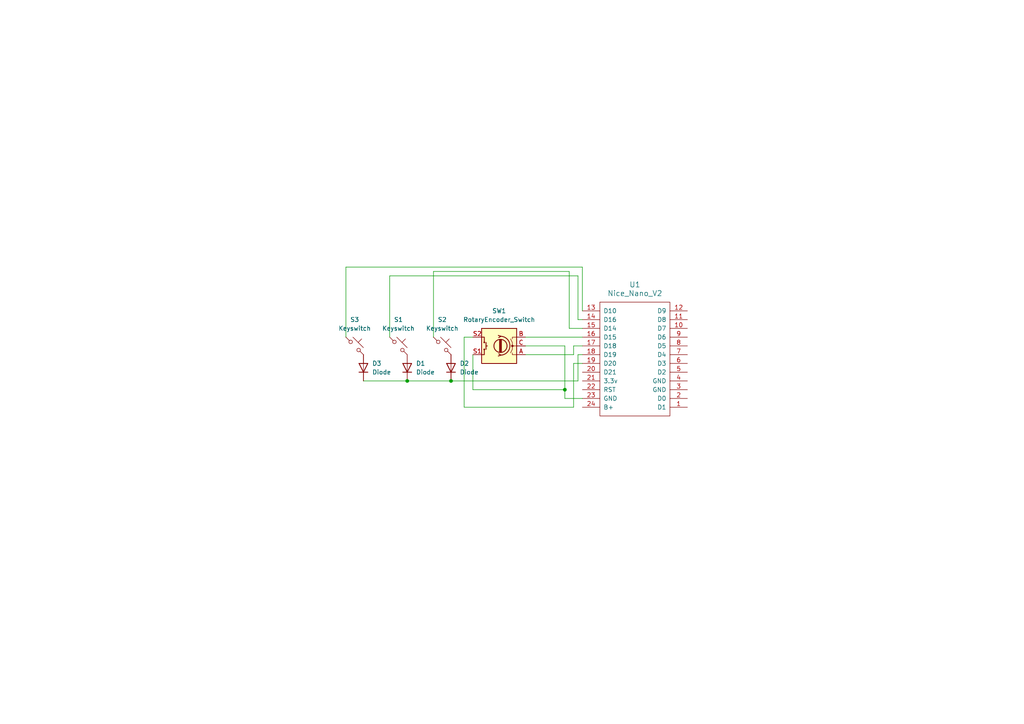
<source format=kicad_sch>
(kicad_sch (version 20230121) (generator eeschema)

  (uuid 471a41a8-2f63-4c5a-9aaa-644f1a50ee42)

  (paper "A4")

  (lib_symbols
    (symbol "Device:RotaryEncoder_Switch" (pin_names (offset 0.254) hide) (in_bom yes) (on_board yes)
      (property "Reference" "SW" (at 0 6.604 0)
        (effects (font (size 1.27 1.27)))
      )
      (property "Value" "RotaryEncoder_Switch" (at 0 -6.604 0)
        (effects (font (size 1.27 1.27)))
      )
      (property "Footprint" "" (at -3.81 4.064 0)
        (effects (font (size 1.27 1.27)) hide)
      )
      (property "Datasheet" "~" (at 0 6.604 0)
        (effects (font (size 1.27 1.27)) hide)
      )
      (property "ki_keywords" "rotary switch encoder switch push button" (at 0 0 0)
        (effects (font (size 1.27 1.27)) hide)
      )
      (property "ki_description" "Rotary encoder, dual channel, incremental quadrate outputs, with switch" (at 0 0 0)
        (effects (font (size 1.27 1.27)) hide)
      )
      (property "ki_fp_filters" "RotaryEncoder*Switch*" (at 0 0 0)
        (effects (font (size 1.27 1.27)) hide)
      )
      (symbol "RotaryEncoder_Switch_0_1"
        (rectangle (start -5.08 5.08) (end 5.08 -5.08)
          (stroke (width 0.254) (type default))
          (fill (type background))
        )
        (circle (center -3.81 0) (radius 0.254)
          (stroke (width 0) (type default))
          (fill (type outline))
        )
        (circle (center -0.381 0) (radius 1.905)
          (stroke (width 0.254) (type default))
          (fill (type none))
        )
        (arc (start -0.381 2.667) (mid -3.0988 -0.0635) (end -0.381 -2.794)
          (stroke (width 0.254) (type default))
          (fill (type none))
        )
        (polyline
          (pts
            (xy -0.635 -1.778)
            (xy -0.635 1.778)
          )
          (stroke (width 0.254) (type default))
          (fill (type none))
        )
        (polyline
          (pts
            (xy -0.381 -1.778)
            (xy -0.381 1.778)
          )
          (stroke (width 0.254) (type default))
          (fill (type none))
        )
        (polyline
          (pts
            (xy -0.127 1.778)
            (xy -0.127 -1.778)
          )
          (stroke (width 0.254) (type default))
          (fill (type none))
        )
        (polyline
          (pts
            (xy 3.81 0)
            (xy 3.429 0)
          )
          (stroke (width 0.254) (type default))
          (fill (type none))
        )
        (polyline
          (pts
            (xy 3.81 1.016)
            (xy 3.81 -1.016)
          )
          (stroke (width 0.254) (type default))
          (fill (type none))
        )
        (polyline
          (pts
            (xy -5.08 -2.54)
            (xy -3.81 -2.54)
            (xy -3.81 -2.032)
          )
          (stroke (width 0) (type default))
          (fill (type none))
        )
        (polyline
          (pts
            (xy -5.08 2.54)
            (xy -3.81 2.54)
            (xy -3.81 2.032)
          )
          (stroke (width 0) (type default))
          (fill (type none))
        )
        (polyline
          (pts
            (xy 0.254 -3.048)
            (xy -0.508 -2.794)
            (xy 0.127 -2.413)
          )
          (stroke (width 0.254) (type default))
          (fill (type none))
        )
        (polyline
          (pts
            (xy 0.254 2.921)
            (xy -0.508 2.667)
            (xy 0.127 2.286)
          )
          (stroke (width 0.254) (type default))
          (fill (type none))
        )
        (polyline
          (pts
            (xy 5.08 -2.54)
            (xy 4.318 -2.54)
            (xy 4.318 -1.016)
          )
          (stroke (width 0.254) (type default))
          (fill (type none))
        )
        (polyline
          (pts
            (xy 5.08 2.54)
            (xy 4.318 2.54)
            (xy 4.318 1.016)
          )
          (stroke (width 0.254) (type default))
          (fill (type none))
        )
        (polyline
          (pts
            (xy -5.08 0)
            (xy -3.81 0)
            (xy -3.81 -1.016)
            (xy -3.302 -2.032)
          )
          (stroke (width 0) (type default))
          (fill (type none))
        )
        (polyline
          (pts
            (xy -4.318 0)
            (xy -3.81 0)
            (xy -3.81 1.016)
            (xy -3.302 2.032)
          )
          (stroke (width 0) (type default))
          (fill (type none))
        )
        (circle (center 4.318 -1.016) (radius 0.127)
          (stroke (width 0.254) (type default))
          (fill (type none))
        )
        (circle (center 4.318 1.016) (radius 0.127)
          (stroke (width 0.254) (type default))
          (fill (type none))
        )
      )
      (symbol "RotaryEncoder_Switch_1_1"
        (pin passive line (at -7.62 2.54 0) (length 2.54)
          (name "A" (effects (font (size 1.27 1.27))))
          (number "A" (effects (font (size 1.27 1.27))))
        )
        (pin passive line (at -7.62 -2.54 0) (length 2.54)
          (name "B" (effects (font (size 1.27 1.27))))
          (number "B" (effects (font (size 1.27 1.27))))
        )
        (pin passive line (at -7.62 0 0) (length 2.54)
          (name "C" (effects (font (size 1.27 1.27))))
          (number "C" (effects (font (size 1.27 1.27))))
        )
        (pin passive line (at 7.62 2.54 180) (length 2.54)
          (name "S1" (effects (font (size 1.27 1.27))))
          (number "S1" (effects (font (size 1.27 1.27))))
        )
        (pin passive line (at 7.62 -2.54 180) (length 2.54)
          (name "S2" (effects (font (size 1.27 1.27))))
          (number "S2" (effects (font (size 1.27 1.27))))
        )
      )
    )
    (symbol "Keyboard:MCU_Nice_Nano_V2" (pin_names (offset 1.016)) (in_bom yes) (on_board yes)
      (property "Reference" "U" (at 0 0 0)
        (effects (font (size 1.524 1.524)))
      )
      (property "Value" "Nice_Nano_V2" (at 0 -19.05 0)
        (effects (font (size 1.524 1.524)))
      )
      (property "Footprint" "ScottoKeebs_MCU:Nice_Nano_V2" (at 0 -22.86 0)
        (effects (font (size 1.524 1.524)) hide)
      )
      (property "Datasheet" "" (at 26.67 -63.5 90)
        (effects (font (size 1.524 1.524)) hide)
      )
      (symbol "MCU_Nice_Nano_V2_0_1"
        (rectangle (start -10.16 16.51) (end 10.16 -16.51)
          (stroke (width 0) (type solid))
          (fill (type none))
        )
      )
      (symbol "MCU_Nice_Nano_V2_1_1"
        (pin input line (at -15.24 13.97 0) (length 5.08)
          (name "D1" (effects (font (size 1.27 1.27))))
          (number "1" (effects (font (size 1.27 1.27))))
        )
        (pin input line (at -15.24 -8.89 0) (length 5.08)
          (name "D7" (effects (font (size 1.27 1.27))))
          (number "10" (effects (font (size 1.27 1.27))))
        )
        (pin input line (at -15.24 -11.43 0) (length 5.08)
          (name "D8" (effects (font (size 1.27 1.27))))
          (number "11" (effects (font (size 1.27 1.27))))
        )
        (pin input line (at -15.24 -13.97 0) (length 5.08)
          (name "D9" (effects (font (size 1.27 1.27))))
          (number "12" (effects (font (size 1.27 1.27))))
        )
        (pin input line (at 15.24 -13.97 180) (length 5.08)
          (name "D10" (effects (font (size 1.27 1.27))))
          (number "13" (effects (font (size 1.27 1.27))))
        )
        (pin input line (at 15.24 -11.43 180) (length 5.08)
          (name "D16" (effects (font (size 1.27 1.27))))
          (number "14" (effects (font (size 1.27 1.27))))
        )
        (pin input line (at 15.24 -8.89 180) (length 5.08)
          (name "D14" (effects (font (size 1.27 1.27))))
          (number "15" (effects (font (size 1.27 1.27))))
        )
        (pin input line (at 15.24 -6.35 180) (length 5.08)
          (name "D15" (effects (font (size 1.27 1.27))))
          (number "16" (effects (font (size 1.27 1.27))))
        )
        (pin input line (at 15.24 -3.81 180) (length 5.08)
          (name "D18" (effects (font (size 1.27 1.27))))
          (number "17" (effects (font (size 1.27 1.27))))
        )
        (pin input line (at 15.24 -1.27 180) (length 5.08)
          (name "D19" (effects (font (size 1.27 1.27))))
          (number "18" (effects (font (size 1.27 1.27))))
        )
        (pin input line (at 15.24 1.27 180) (length 5.08)
          (name "D20" (effects (font (size 1.27 1.27))))
          (number "19" (effects (font (size 1.27 1.27))))
        )
        (pin input line (at -15.24 11.43 0) (length 5.08)
          (name "D0" (effects (font (size 1.27 1.27))))
          (number "2" (effects (font (size 1.27 1.27))))
        )
        (pin input line (at 15.24 3.81 180) (length 5.08)
          (name "D21" (effects (font (size 1.27 1.27))))
          (number "20" (effects (font (size 1.27 1.27))))
        )
        (pin input line (at 15.24 6.35 180) (length 5.08)
          (name "3.3v" (effects (font (size 1.27 1.27))))
          (number "21" (effects (font (size 1.27 1.27))))
        )
        (pin input line (at 15.24 8.89 180) (length 5.08)
          (name "RST" (effects (font (size 1.27 1.27))))
          (number "22" (effects (font (size 1.27 1.27))))
        )
        (pin input line (at 15.24 11.43 180) (length 5.08)
          (name "GND" (effects (font (size 1.27 1.27))))
          (number "23" (effects (font (size 1.27 1.27))))
        )
        (pin input line (at 15.24 13.97 180) (length 5.08)
          (name "B+" (effects (font (size 1.27 1.27))))
          (number "24" (effects (font (size 1.27 1.27))))
        )
        (pin input line (at -15.24 8.89 0) (length 5.08)
          (name "GND" (effects (font (size 1.27 1.27))))
          (number "3" (effects (font (size 1.27 1.27))))
        )
        (pin input line (at -15.24 6.35 0) (length 5.08)
          (name "GND" (effects (font (size 1.27 1.27))))
          (number "4" (effects (font (size 1.27 1.27))))
        )
        (pin input line (at -15.24 3.81 0) (length 5.08)
          (name "D2" (effects (font (size 1.27 1.27))))
          (number "5" (effects (font (size 1.27 1.27))))
        )
        (pin input line (at -15.24 1.27 0) (length 5.08)
          (name "D3" (effects (font (size 1.27 1.27))))
          (number "6" (effects (font (size 1.27 1.27))))
        )
        (pin input line (at -15.24 -1.27 0) (length 5.08)
          (name "D4" (effects (font (size 1.27 1.27))))
          (number "7" (effects (font (size 1.27 1.27))))
        )
        (pin input line (at -15.24 -3.81 0) (length 5.08)
          (name "D5" (effects (font (size 1.27 1.27))))
          (number "8" (effects (font (size 1.27 1.27))))
        )
        (pin input line (at -15.24 -6.35 0) (length 5.08)
          (name "D6" (effects (font (size 1.27 1.27))))
          (number "9" (effects (font (size 1.27 1.27))))
        )
      )
    )
    (symbol "ScottoKeebs:Placeholder_Diode" (pin_numbers hide) (pin_names hide) (in_bom yes) (on_board yes)
      (property "Reference" "D" (at 0 2.54 0)
        (effects (font (size 1.27 1.27)))
      )
      (property "Value" "Diode" (at 0 -2.54 0)
        (effects (font (size 1.27 1.27)))
      )
      (property "Footprint" "" (at 0 0 0)
        (effects (font (size 1.27 1.27)) hide)
      )
      (property "Datasheet" "" (at 0 0 0)
        (effects (font (size 1.27 1.27)) hide)
      )
      (property "Sim.Device" "D" (at 0 0 0)
        (effects (font (size 1.27 1.27)) hide)
      )
      (property "Sim.Pins" "1=K 2=A" (at 0 0 0)
        (effects (font (size 1.27 1.27)) hide)
      )
      (property "ki_keywords" "diode" (at 0 0 0)
        (effects (font (size 1.27 1.27)) hide)
      )
      (property "ki_description" "1N4148 (DO-35) or 1N4148W (SOD-123)" (at 0 0 0)
        (effects (font (size 1.27 1.27)) hide)
      )
      (property "ki_fp_filters" "D*DO?35*" (at 0 0 0)
        (effects (font (size 1.27 1.27)) hide)
      )
      (symbol "Placeholder_Diode_0_1"
        (polyline
          (pts
            (xy -1.27 1.27)
            (xy -1.27 -1.27)
          )
          (stroke (width 0.254) (type default))
          (fill (type none))
        )
        (polyline
          (pts
            (xy 1.27 0)
            (xy -1.27 0)
          )
          (stroke (width 0) (type default))
          (fill (type none))
        )
        (polyline
          (pts
            (xy 1.27 1.27)
            (xy 1.27 -1.27)
            (xy -1.27 0)
            (xy 1.27 1.27)
          )
          (stroke (width 0.254) (type default))
          (fill (type none))
        )
      )
      (symbol "Placeholder_Diode_1_1"
        (pin passive line (at -3.81 0 0) (length 2.54)
          (name "K" (effects (font (size 1.27 1.27))))
          (number "1" (effects (font (size 1.27 1.27))))
        )
        (pin passive line (at 3.81 0 180) (length 2.54)
          (name "A" (effects (font (size 1.27 1.27))))
          (number "2" (effects (font (size 1.27 1.27))))
        )
      )
    )
    (symbol "ScottoKeebs:Placeholder_Keyswitch" (pin_numbers hide) (pin_names (offset 1.016) hide) (in_bom yes) (on_board yes)
      (property "Reference" "S" (at 3.048 1.016 0)
        (effects (font (size 1.27 1.27)) (justify left))
      )
      (property "Value" "Keyswitch" (at 0 -3.81 0)
        (effects (font (size 1.27 1.27)))
      )
      (property "Footprint" "" (at 0 0 0)
        (effects (font (size 1.27 1.27)) hide)
      )
      (property "Datasheet" "~" (at 0 0 0)
        (effects (font (size 1.27 1.27)) hide)
      )
      (property "ki_keywords" "switch normally-open pushbutton push-button" (at 0 0 0)
        (effects (font (size 1.27 1.27)) hide)
      )
      (property "ki_description" "Push button switch, normally open, two pins, 45° tilted" (at 0 0 0)
        (effects (font (size 1.27 1.27)) hide)
      )
      (symbol "Placeholder_Keyswitch_0_1"
        (circle (center -1.1684 1.1684) (radius 0.508)
          (stroke (width 0) (type default))
          (fill (type none))
        )
        (polyline
          (pts
            (xy -0.508 2.54)
            (xy 2.54 -0.508)
          )
          (stroke (width 0) (type default))
          (fill (type none))
        )
        (polyline
          (pts
            (xy 1.016 1.016)
            (xy 2.032 2.032)
          )
          (stroke (width 0) (type default))
          (fill (type none))
        )
        (polyline
          (pts
            (xy -2.54 2.54)
            (xy -1.524 1.524)
            (xy -1.524 1.524)
          )
          (stroke (width 0) (type default))
          (fill (type none))
        )
        (polyline
          (pts
            (xy 1.524 -1.524)
            (xy 2.54 -2.54)
            (xy 2.54 -2.54)
            (xy 2.54 -2.54)
          )
          (stroke (width 0) (type default))
          (fill (type none))
        )
        (circle (center 1.143 -1.1938) (radius 0.508)
          (stroke (width 0) (type default))
          (fill (type none))
        )
        (pin passive line (at -2.54 2.54 0) (length 0)
          (name "1" (effects (font (size 1.27 1.27))))
          (number "1" (effects (font (size 1.27 1.27))))
        )
        (pin passive line (at 2.54 -2.54 180) (length 0)
          (name "2" (effects (font (size 1.27 1.27))))
          (number "2" (effects (font (size 1.27 1.27))))
        )
      )
    )
  )

  (junction (at 163.83 113.03) (diameter 0) (color 0 0 0 0)
    (uuid 4985f086-dd93-43c1-a1f1-f470209dc378)
  )
  (junction (at 118.11 110.49) (diameter 0) (color 0 0 0 0)
    (uuid 6a72a5e4-cfb0-40be-bf9f-6e2f7b0526f4)
  )
  (junction (at 130.81 110.49) (diameter 0) (color 0 0 0 0)
    (uuid b5fac566-b5d9-4ffd-a075-7b43cbd1202c)
  )

  (wire (pts (xy 152.4 102.87) (xy 166.37 102.87))
    (stroke (width 0) (type default))
    (uuid 038603dc-38e3-4f11-b31f-16d7addeb611)
  )
  (wire (pts (xy 166.37 105.41) (xy 168.91 105.41))
    (stroke (width 0) (type default))
    (uuid 04e6ec98-47a9-49a8-aa9c-12631efa26a8)
  )
  (wire (pts (xy 100.33 77.47) (xy 168.91 77.47))
    (stroke (width 0) (type default))
    (uuid 126956b4-254b-4b79-ba49-7a9525e0a3c0)
  )
  (wire (pts (xy 100.33 97.79) (xy 100.33 77.47))
    (stroke (width 0) (type default))
    (uuid 1babf9b8-50c5-4c48-a524-c912eb949214)
  )
  (wire (pts (xy 168.91 77.47) (xy 168.91 90.17))
    (stroke (width 0) (type default))
    (uuid 23a7cfd8-9f00-4225-afee-2548e917a695)
  )
  (wire (pts (xy 163.83 100.33) (xy 163.83 113.03))
    (stroke (width 0) (type default))
    (uuid 251d8f26-4fec-495f-ac27-37299df91032)
  )
  (wire (pts (xy 165.1 95.25) (xy 168.91 95.25))
    (stroke (width 0) (type default))
    (uuid 282f1f2a-e1d7-49da-ac6c-6d05935895df)
  )
  (wire (pts (xy 113.03 97.79) (xy 113.03 80.01))
    (stroke (width 0) (type default))
    (uuid 3779c943-097a-4945-bf72-72571cea1a34)
  )
  (wire (pts (xy 167.64 110.49) (xy 167.64 102.87))
    (stroke (width 0) (type default))
    (uuid 3e65cad2-b560-4719-8bd8-ab39c1bc7bc4)
  )
  (wire (pts (xy 134.62 118.11) (xy 166.37 118.11))
    (stroke (width 0) (type default))
    (uuid 50281e9e-c461-4cb9-980a-5bc02d1bd3db)
  )
  (wire (pts (xy 105.41 110.49) (xy 118.11 110.49))
    (stroke (width 0) (type default))
    (uuid 5608d411-a3e4-4c54-8ef4-5a66f2c4e669)
  )
  (wire (pts (xy 167.64 92.71) (xy 168.91 92.71))
    (stroke (width 0) (type default))
    (uuid 7d1beba0-ed18-467b-b255-1d7c370e0683)
  )
  (wire (pts (xy 166.37 100.33) (xy 168.91 100.33))
    (stroke (width 0) (type default))
    (uuid 90f7feb5-9a91-485c-baae-58a7183e6a57)
  )
  (wire (pts (xy 165.1 78.74) (xy 165.1 95.25))
    (stroke (width 0) (type default))
    (uuid 913edfad-e752-4260-8099-79c03a3244fa)
  )
  (wire (pts (xy 166.37 102.87) (xy 166.37 100.33))
    (stroke (width 0) (type default))
    (uuid 913f2ba5-8afa-4495-9989-04e55d4e6b46)
  )
  (wire (pts (xy 137.16 97.79) (xy 134.62 97.79))
    (stroke (width 0) (type default))
    (uuid 9892942b-80cf-4985-856f-e5821921c141)
  )
  (wire (pts (xy 134.62 97.79) (xy 134.62 118.11))
    (stroke (width 0) (type default))
    (uuid aa0c9cd6-62c4-4aeb-8195-9f20dde81671)
  )
  (wire (pts (xy 152.4 100.33) (xy 163.83 100.33))
    (stroke (width 0) (type default))
    (uuid aed648b1-9d12-4a7b-82c3-8a686cd40ae7)
  )
  (wire (pts (xy 167.64 80.01) (xy 167.64 92.71))
    (stroke (width 0) (type default))
    (uuid b2900d02-1ce8-4c94-94f3-e3bdf867b50a)
  )
  (wire (pts (xy 163.83 115.57) (xy 168.91 115.57))
    (stroke (width 0) (type default))
    (uuid b37043c5-f3bd-4980-9726-d5921c0d07d0)
  )
  (wire (pts (xy 137.16 113.03) (xy 163.83 113.03))
    (stroke (width 0) (type default))
    (uuid bbd614a8-af63-4619-ae22-eb99a36d5ac0)
  )
  (wire (pts (xy 152.4 97.79) (xy 168.91 97.79))
    (stroke (width 0) (type default))
    (uuid c2c4b7cb-a8cc-4919-b538-cb31fe6c4d00)
  )
  (wire (pts (xy 118.11 110.49) (xy 130.81 110.49))
    (stroke (width 0) (type default))
    (uuid c36ab0b3-1c1d-4c77-bd77-e93954bca1a4)
  )
  (wire (pts (xy 137.16 102.87) (xy 137.16 113.03))
    (stroke (width 0) (type default))
    (uuid c860b5fe-8c9e-4353-98a8-6f76f6120a1c)
  )
  (wire (pts (xy 113.03 80.01) (xy 167.64 80.01))
    (stroke (width 0) (type default))
    (uuid ca4ff7e1-b5ed-4d07-b1b2-95ea27567ad5)
  )
  (wire (pts (xy 125.73 78.74) (xy 165.1 78.74))
    (stroke (width 0) (type default))
    (uuid d9dd5d9c-620e-43d7-b034-0a25f3c9e887)
  )
  (wire (pts (xy 167.64 102.87) (xy 168.91 102.87))
    (stroke (width 0) (type default))
    (uuid eb52d38f-e65c-4046-b900-72395266cfe1)
  )
  (wire (pts (xy 130.81 110.49) (xy 167.64 110.49))
    (stroke (width 0) (type default))
    (uuid f2509c7d-686b-4cd9-b739-b78d29e8564c)
  )
  (wire (pts (xy 166.37 118.11) (xy 166.37 105.41))
    (stroke (width 0) (type default))
    (uuid f888090d-c119-4771-a93b-17ec2e8a8ba2)
  )
  (wire (pts (xy 163.83 113.03) (xy 163.83 115.57))
    (stroke (width 0) (type default))
    (uuid fb67727d-ae46-4fe9-8ffb-5ffa781cb72e)
  )
  (wire (pts (xy 125.73 97.79) (xy 125.73 78.74))
    (stroke (width 0) (type default))
    (uuid fe2a4fde-6855-4253-bdd3-2bb5458ef849)
  )

  (symbol (lib_id "ScottoKeebs:Placeholder_Diode") (at 118.11 106.68 90) (unit 1)
    (in_bom yes) (on_board yes) (dnp no) (fields_autoplaced)
    (uuid 5862ca74-715f-44ce-9aa2-9e34ec7a24c4)
    (property "Reference" "D1" (at 120.65 105.41 90)
      (effects (font (size 1.27 1.27)) (justify right))
    )
    (property "Value" "Diode" (at 120.65 107.95 90)
      (effects (font (size 1.27 1.27)) (justify right))
    )
    (property "Footprint" "ScottoKeebs_Components:Diode_DO-35" (at 118.11 106.68 0)
      (effects (font (size 1.27 1.27)) hide)
    )
    (property "Datasheet" "" (at 118.11 106.68 0)
      (effects (font (size 1.27 1.27)) hide)
    )
    (property "Sim.Device" "D" (at 118.11 106.68 0)
      (effects (font (size 1.27 1.27)) hide)
    )
    (property "Sim.Pins" "1=K 2=A" (at 118.11 106.68 0)
      (effects (font (size 1.27 1.27)) hide)
    )
    (pin "2" (uuid dee8680d-68f2-45a1-8ee1-c557a094b2a8))
    (pin "1" (uuid 10dd37b7-e963-471a-932b-433103a40d2a))
    (instances
      (project "ThreeSwitchMultimediaControl"
        (path "/471a41a8-2f63-4c5a-9aaa-644f1a50ee42"
          (reference "D1") (unit 1)
        )
      )
    )
  )

  (symbol (lib_id "Keyboard:MCU_Nice_Nano_V2") (at 184.15 104.14 180) (unit 1)
    (in_bom yes) (on_board yes) (dnp no) (fields_autoplaced)
    (uuid 5dd06293-5274-4f2f-ab1d-1b30383c740e)
    (property "Reference" "U1" (at 184.15 82.55 0)
      (effects (font (size 1.524 1.524)))
    )
    (property "Value" "Nice_Nano_V2" (at 184.15 85.09 0)
      (effects (font (size 1.524 1.524)))
    )
    (property "Footprint" "ScottoKeebs_MCU:Nice_Nano_V2" (at 184.15 81.28 0)
      (effects (font (size 1.524 1.524)) hide)
    )
    (property "Datasheet" "" (at 157.48 40.64 90)
      (effects (font (size 1.524 1.524)) hide)
    )
    (pin "15" (uuid 0b7a7455-a8ef-4dfb-b0fc-819ecdbcb450))
    (pin "14" (uuid e4d462ec-b7a3-4fdd-89a1-5dd2679f5ced))
    (pin "21" (uuid 826468d3-cc05-4a20-8242-8cb0b9ff1bac))
    (pin "7" (uuid 067b9cab-ed6c-46b4-8e9a-be52d3337a85))
    (pin "18" (uuid ea059cdd-e2c6-4a9a-9f5d-86a9a8b699dd))
    (pin "6" (uuid 54fa7a17-5736-4ba0-9585-0e386985a3f2))
    (pin "19" (uuid aaaa9b28-2b76-4b0e-a562-94e7f3fe9e6a))
    (pin "16" (uuid 8b181fda-a98d-4fbd-bf9e-68b113da82aa))
    (pin "3" (uuid dde498ed-f847-47b7-b5dd-dfff66553e22))
    (pin "9" (uuid 90552383-10d3-4fe4-ba25-710c4e012d64))
    (pin "12" (uuid 564d7bcd-c5a1-4030-b2fd-e42d072dad70))
    (pin "8" (uuid 30486e52-ba3b-4c03-82c6-4a4321821b1c))
    (pin "5" (uuid 8033c44b-834c-4d6f-a028-2cbe8a5d296e))
    (pin "1" (uuid faa15a16-a671-4acc-85e5-58ff348a4818))
    (pin "4" (uuid da040574-4653-4645-8cd9-8f227013d574))
    (pin "2" (uuid c28e61fc-f3e0-48d2-82c7-b7cb10af9e86))
    (pin "20" (uuid 50315c9d-4ba5-4bab-bcbe-bb10e147a253))
    (pin "17" (uuid eb4d76d3-d545-4fa3-a817-7493ed82ed86))
    (pin "11" (uuid 558308e6-0112-44db-a8f0-3a36951223e1))
    (pin "23" (uuid 5ea9158c-fa10-4e6a-a118-190937885787))
    (pin "13" (uuid d84c7ef6-a788-4216-ae32-c629c6b2f4c6))
    (pin "22" (uuid 4cbad654-b11c-4885-a82f-c0a512db9896))
    (pin "10" (uuid 4b853090-1987-4388-bfc8-c19cec9b6525))
    (pin "24" (uuid eabc43ee-ecd6-40a2-a21a-682be89d6c6a))
    (instances
      (project "ThreeSwitchMultimediaControl"
        (path "/471a41a8-2f63-4c5a-9aaa-644f1a50ee42"
          (reference "U1") (unit 1)
        )
      )
    )
  )

  (symbol (lib_id "ScottoKeebs:Placeholder_Keyswitch") (at 102.87 100.33 0) (unit 1)
    (in_bom yes) (on_board yes) (dnp no) (fields_autoplaced)
    (uuid 64b2e4f7-2421-487f-bbab-ad87f1ed6409)
    (property "Reference" "S3" (at 102.87 92.71 0)
      (effects (font (size 1.27 1.27)))
    )
    (property "Value" "Keyswitch" (at 102.87 95.25 0)
      (effects (font (size 1.27 1.27)))
    )
    (property "Footprint" "ScottoKeebs_MX:MX_PCB_1.00u" (at 102.87 100.33 0)
      (effects (font (size 1.27 1.27)) hide)
    )
    (property "Datasheet" "~" (at 102.87 100.33 0)
      (effects (font (size 1.27 1.27)) hide)
    )
    (pin "1" (uuid 2bcc723e-14eb-46bc-bafb-41012bca4298))
    (pin "2" (uuid 3252a740-1a7b-467b-a947-686febad225b))
    (instances
      (project "ThreeSwitchMultimediaControl"
        (path "/471a41a8-2f63-4c5a-9aaa-644f1a50ee42"
          (reference "S3") (unit 1)
        )
      )
    )
  )

  (symbol (lib_id "Device:RotaryEncoder_Switch") (at 144.78 100.33 180) (unit 1)
    (in_bom yes) (on_board yes) (dnp no) (fields_autoplaced)
    (uuid c54b8d3b-53e9-4213-8e29-1a624aeee327)
    (property "Reference" "SW1" (at 144.78 90.17 0)
      (effects (font (size 1.27 1.27)))
    )
    (property "Value" "RotaryEncoder_Switch" (at 144.78 92.71 0)
      (effects (font (size 1.27 1.27)))
    )
    (property "Footprint" "" (at 148.59 104.394 0)
      (effects (font (size 1.27 1.27)) hide)
    )
    (property "Datasheet" "~" (at 144.78 106.934 0)
      (effects (font (size 1.27 1.27)) hide)
    )
    (pin "S2" (uuid 53790298-1afd-4f05-b962-70e50b55c799))
    (pin "B" (uuid 1265c1a2-c2a7-41e8-a8d9-936115470581))
    (pin "S1" (uuid 7d79b3fb-d86b-42f3-84a3-06223a95c2a8))
    (pin "A" (uuid 8079ee40-fc87-4409-b12a-c764a05ba9cc))
    (pin "C" (uuid 07ba47ff-2090-40b1-bf49-699da8f11691))
    (instances
      (project "ThreeSwitchMultimediaControl"
        (path "/471a41a8-2f63-4c5a-9aaa-644f1a50ee42"
          (reference "SW1") (unit 1)
        )
      )
    )
  )

  (symbol (lib_id "ScottoKeebs:Placeholder_Keyswitch") (at 128.27 100.33 0) (unit 1)
    (in_bom yes) (on_board yes) (dnp no) (fields_autoplaced)
    (uuid e0f21ea3-002c-4446-a4c0-efcb93b70469)
    (property "Reference" "S2" (at 128.27 92.71 0)
      (effects (font (size 1.27 1.27)))
    )
    (property "Value" "Keyswitch" (at 128.27 95.25 0)
      (effects (font (size 1.27 1.27)))
    )
    (property "Footprint" "ScottoKeebs_MX:MX_PCB_1.00u" (at 128.27 100.33 0)
      (effects (font (size 1.27 1.27)) hide)
    )
    (property "Datasheet" "~" (at 128.27 100.33 0)
      (effects (font (size 1.27 1.27)) hide)
    )
    (pin "1" (uuid 57ff4946-c654-4064-91f1-b37ff05c41fe))
    (pin "2" (uuid 6146c649-fd8d-495a-b565-b82381a65128))
    (instances
      (project "ThreeSwitchMultimediaControl"
        (path "/471a41a8-2f63-4c5a-9aaa-644f1a50ee42"
          (reference "S2") (unit 1)
        )
      )
    )
  )

  (symbol (lib_id "ScottoKeebs:Placeholder_Diode") (at 130.81 106.68 90) (unit 1)
    (in_bom yes) (on_board yes) (dnp no) (fields_autoplaced)
    (uuid ea70a651-13ea-45f8-9dc2-95b3eb098bd9)
    (property "Reference" "D2" (at 133.35 105.41 90)
      (effects (font (size 1.27 1.27)) (justify right))
    )
    (property "Value" "Diode" (at 133.35 107.95 90)
      (effects (font (size 1.27 1.27)) (justify right))
    )
    (property "Footprint" "ScottoKeebs_Components:Diode_DO-35" (at 130.81 106.68 0)
      (effects (font (size 1.27 1.27)) hide)
    )
    (property "Datasheet" "" (at 130.81 106.68 0)
      (effects (font (size 1.27 1.27)) hide)
    )
    (property "Sim.Device" "D" (at 130.81 106.68 0)
      (effects (font (size 1.27 1.27)) hide)
    )
    (property "Sim.Pins" "1=K 2=A" (at 130.81 106.68 0)
      (effects (font (size 1.27 1.27)) hide)
    )
    (pin "2" (uuid 83ebeeca-941d-4c82-aac0-2c7accb5e65e))
    (pin "1" (uuid faa570c9-590f-47a2-9cc7-3b540b3a5954))
    (instances
      (project "ThreeSwitchMultimediaControl"
        (path "/471a41a8-2f63-4c5a-9aaa-644f1a50ee42"
          (reference "D2") (unit 1)
        )
      )
    )
  )

  (symbol (lib_id "ScottoKeebs:Placeholder_Keyswitch") (at 115.57 100.33 0) (unit 1)
    (in_bom yes) (on_board yes) (dnp no) (fields_autoplaced)
    (uuid f49c5c2f-bc89-46e8-b170-4ce9a5c78fc8)
    (property "Reference" "S1" (at 115.57 92.71 0)
      (effects (font (size 1.27 1.27)))
    )
    (property "Value" "Keyswitch" (at 115.57 95.25 0)
      (effects (font (size 1.27 1.27)))
    )
    (property "Footprint" "ScottoKeebs_MX:MX_PCB_1.00u" (at 115.57 100.33 0)
      (effects (font (size 1.27 1.27)) hide)
    )
    (property "Datasheet" "~" (at 115.57 100.33 0)
      (effects (font (size 1.27 1.27)) hide)
    )
    (pin "1" (uuid 3a2cd780-cdf0-4eee-8c4f-7908c8cab6f0))
    (pin "2" (uuid d7aba651-3216-4861-83d4-037336d74e19))
    (instances
      (project "ThreeSwitchMultimediaControl"
        (path "/471a41a8-2f63-4c5a-9aaa-644f1a50ee42"
          (reference "S1") (unit 1)
        )
      )
    )
  )

  (symbol (lib_id "ScottoKeebs:Placeholder_Diode") (at 105.41 106.68 90) (unit 1)
    (in_bom yes) (on_board yes) (dnp no)
    (uuid f64ddadf-06e6-43df-99c1-324dade18074)
    (property "Reference" "D3" (at 107.95 105.41 90)
      (effects (font (size 1.27 1.27)) (justify right))
    )
    (property "Value" "Diode" (at 107.95 107.95 90)
      (effects (font (size 1.27 1.27)) (justify right))
    )
    (property "Footprint" "ScottoKeebs_Components:Diode_DO-35" (at 105.41 106.68 0)
      (effects (font (size 1.27 1.27)) hide)
    )
    (property "Datasheet" "" (at 105.41 106.68 0)
      (effects (font (size 1.27 1.27)) hide)
    )
    (property "Sim.Device" "D" (at 105.41 106.68 0)
      (effects (font (size 1.27 1.27)) hide)
    )
    (property "Sim.Pins" "1=K 2=A" (at 105.41 106.68 0)
      (effects (font (size 1.27 1.27)) hide)
    )
    (pin "2" (uuid f8fc7f89-2f2a-4116-8aef-818f3b7335cf))
    (pin "1" (uuid 0690ef2f-6bbd-42e0-b5ac-ce22e2bbd8fe))
    (instances
      (project "ThreeSwitchMultimediaControl"
        (path "/471a41a8-2f63-4c5a-9aaa-644f1a50ee42"
          (reference "D3") (unit 1)
        )
      )
    )
  )

  (sheet_instances
    (path "/" (page "1"))
  )
)

</source>
